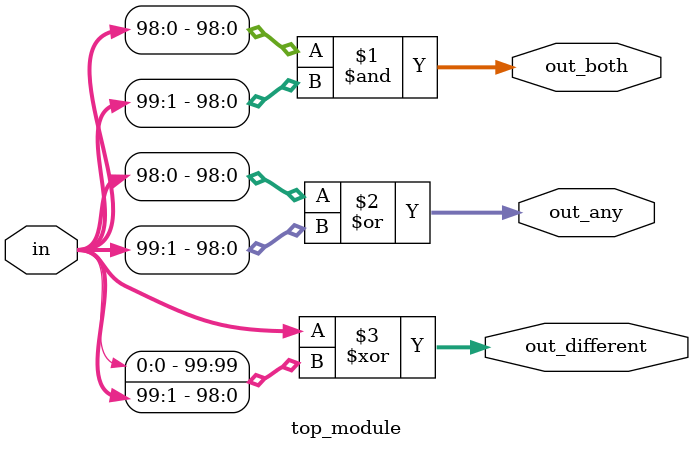
<source format=v>
module top_module( 
    input [99:0] in,
    output [98:0] out_both,
    output [99:1] out_any,
    output [99:0] out_different );

    assign out_both = in[98:0] & in[99:1];
    assign out_any = in[98:0] | in[99:1];
    assign out_different = in ^ {in[0], in[99:1]};

endmodule

</source>
